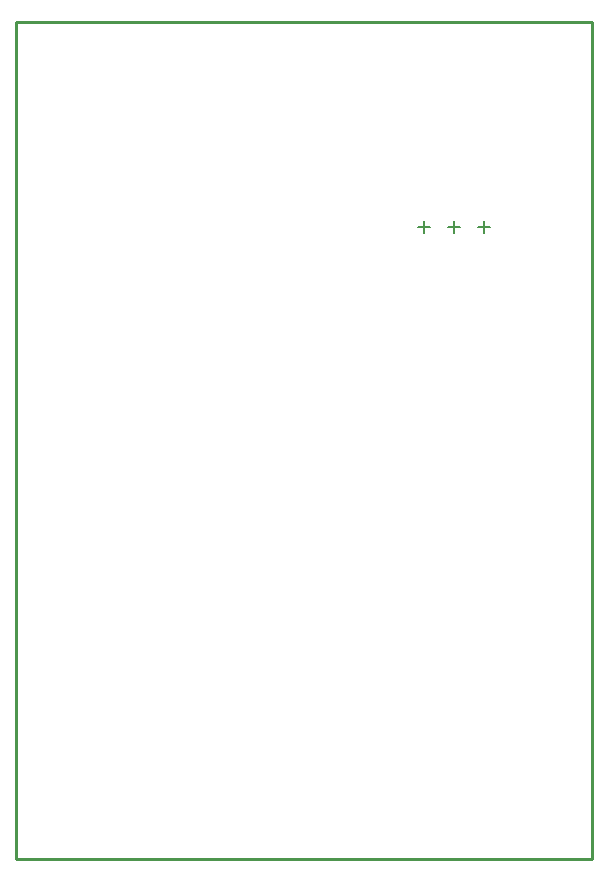
<source format=gko>
G04 ---------------------------- Layer name :KeepOutLayer*
G04 EasyEDA v5.6.15, Mon, 30 Jul 2018 20:20:11 GMT*
G04 7679f8372ec74d379c0269816b79f434*
G04 Gerber Generator version 0.2*
G04 Scale: 100 percent, Rotated: No, Reflected: No *
G04 Dimensions in inches *
G04 leading zeros omitted , absolute positions ,2 integer and 4 decimal *
%FSLAX24Y24*%
%MOIN*%
G90*
G70D02*

%ADD10C,0.005000*%
%ADD11C,0.010000*%
G54D10*
G01X13802Y21098D02*
G01X13402Y21098D01*
G01X13602Y20898D02*
G01X13602Y21298D01*
G01X14802Y21098D02*
G01X14402Y21098D01*
G01X14602Y20898D02*
G01X14602Y21298D01*
G01X15802Y21098D02*
G01X15402Y21098D01*
G01X15602Y20898D02*
G01X15602Y21298D01*
G54D11*
G01X13400Y27900D02*
G01X13402Y27900D01*
G01X19200Y27900D01*
G01X19200Y0D01*
G01X0Y0D01*
G01X0Y27900D01*
G01X13402Y27900D01*
G01X13400Y27900D01*

%LPD*%
M00*
M02*

</source>
